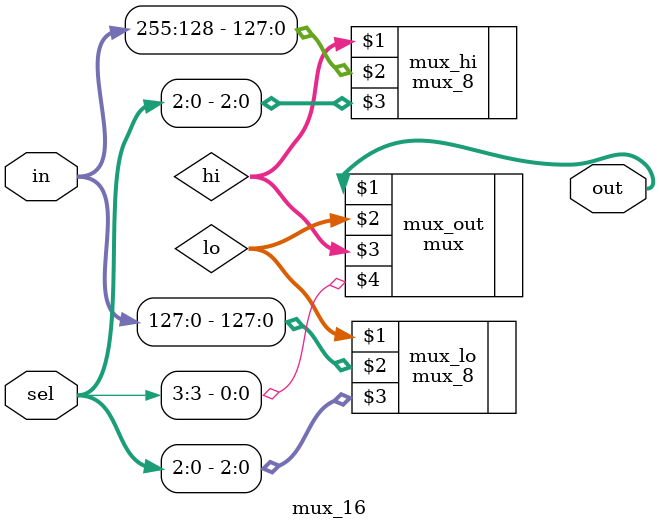
<source format=v>
module mux_16 (out, in, sel);

output wire [15:0] out;
input wire [255:0] in;
input wire [3:0] sel;

wire [15:0] lo, hi;

mux_8 mux_hi (hi[15:0], in[255:128], sel[2:0]);
mux_8 mux_lo (lo[15:0], in[127:0], sel[2:0]);
mux mux_out (out[15:0], lo[15:0], hi[15:0], sel[3]);

endmodule

</source>
